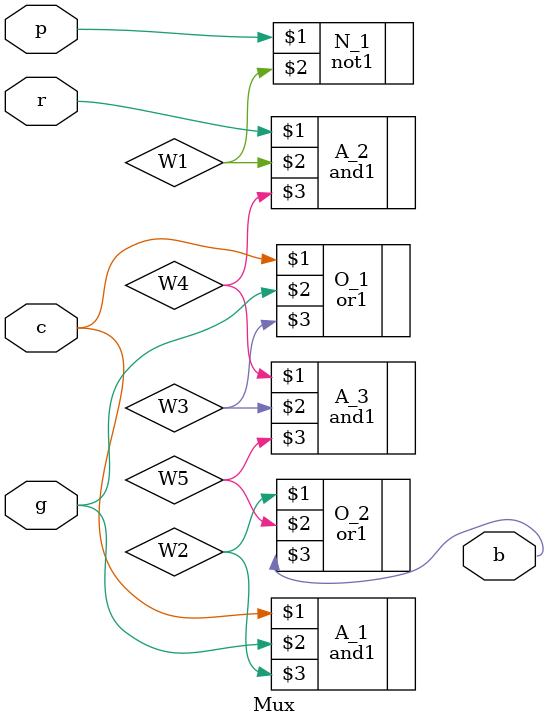
<source format=v>
`timescale 1 ns/ 1 ns

module Mux(r,c,g,p,b);

input r,c,g,p;
output b;

wire W1,W2,W3,W4,W5;

not1 N_1(p,W1);
and1 A_1(c,g,W2);
or1 O_1(c,g,W3);
and1 A_2(r,W1,W4);
and1 A_3(W4,W3,W5);
or1 O_2 (W2,W5,b);



endmodule

</source>
